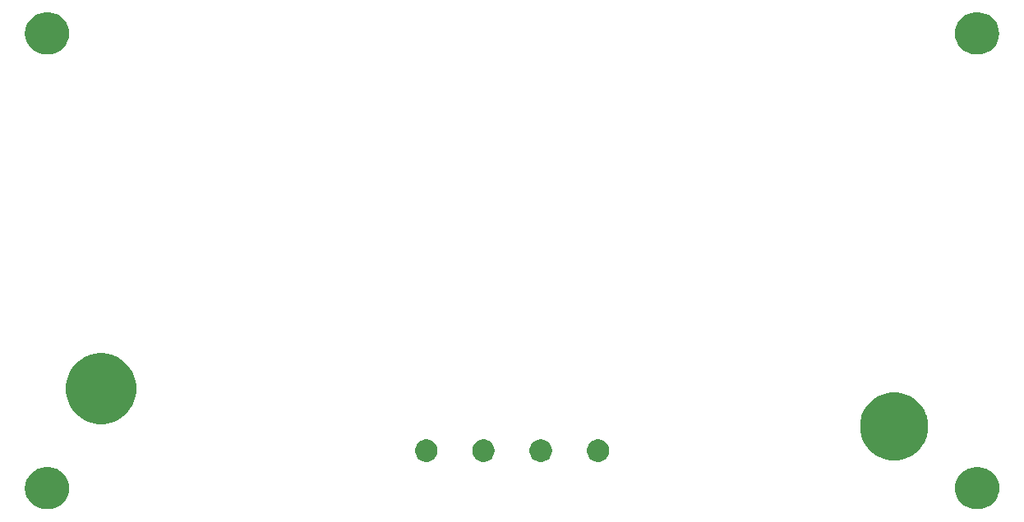
<source format=gbr>
G04 #@! TF.GenerationSoftware,KiCad,Pcbnew,5.0.2+dfsg1-1*
G04 #@! TF.CreationDate,2019-07-23T09:40:36-06:00*
G04 #@! TF.ProjectId,hl2-front-horiz,686c322d-6672-46f6-9e74-2d686f72697a,rev?*
G04 #@! TF.SameCoordinates,Original*
G04 #@! TF.FileFunction,Soldermask,Top*
G04 #@! TF.FilePolarity,Negative*
%FSLAX46Y46*%
G04 Gerber Fmt 4.6, Leading zero omitted, Abs format (unit mm)*
G04 Created by KiCad (PCBNEW 5.0.2+dfsg1-1) date Tue 23 Jul 2019 09:40:36 AM MDT*
%MOMM*%
%LPD*%
G01*
G04 APERTURE LIST*
%ADD10C,0.100000*%
G04 APERTURE END LIST*
D10*
G36*
X65382513Y-189262834D02*
X65382516Y-189262835D01*
X65382517Y-189262835D01*
X65787982Y-189385831D01*
X65787984Y-189385832D01*
X66161662Y-189585568D01*
X66489193Y-189854365D01*
X66757990Y-190181896D01*
X66757991Y-190181898D01*
X66957727Y-190555576D01*
X67078779Y-190954632D01*
X67080724Y-190961045D01*
X67122254Y-191382711D01*
X67080724Y-191804377D01*
X67080723Y-191804380D01*
X67080723Y-191804381D01*
X66959672Y-192203435D01*
X66957726Y-192209848D01*
X66757990Y-192583526D01*
X66489193Y-192911057D01*
X66161662Y-193179854D01*
X66161660Y-193179855D01*
X65787982Y-193379591D01*
X65382517Y-193502587D01*
X65382516Y-193502587D01*
X65382513Y-193502588D01*
X65066514Y-193533711D01*
X64605180Y-193533711D01*
X64289181Y-193502588D01*
X64289178Y-193502587D01*
X64289177Y-193502587D01*
X63883712Y-193379591D01*
X63510034Y-193179855D01*
X63510032Y-193179854D01*
X63182501Y-192911057D01*
X62913704Y-192583526D01*
X62713968Y-192209848D01*
X62712023Y-192203435D01*
X62590971Y-191804381D01*
X62590971Y-191804380D01*
X62590970Y-191804377D01*
X62549440Y-191382711D01*
X62590970Y-190961045D01*
X62592915Y-190954632D01*
X62713967Y-190555576D01*
X62913703Y-190181898D01*
X62913704Y-190181896D01*
X63182501Y-189854365D01*
X63510032Y-189585568D01*
X63883710Y-189385832D01*
X63883712Y-189385831D01*
X64289177Y-189262835D01*
X64289178Y-189262835D01*
X64289181Y-189262834D01*
X64605180Y-189231711D01*
X65066514Y-189231711D01*
X65382513Y-189262834D01*
X65382513Y-189262834D01*
G37*
G36*
X161202291Y-189256421D02*
X161202294Y-189256422D01*
X161202295Y-189256422D01*
X161607760Y-189379418D01*
X161607762Y-189379419D01*
X161981440Y-189579155D01*
X162308971Y-189847952D01*
X162577768Y-190175483D01*
X162577769Y-190175485D01*
X162777505Y-190549163D01*
X162779450Y-190555576D01*
X162900502Y-190954632D01*
X162942032Y-191376298D01*
X162900502Y-191797964D01*
X162900501Y-191797967D01*
X162900501Y-191797968D01*
X162898556Y-191804381D01*
X162777504Y-192203435D01*
X162577768Y-192577113D01*
X162308971Y-192904644D01*
X161981440Y-193173441D01*
X161981438Y-193173442D01*
X161607760Y-193373178D01*
X161202295Y-193496174D01*
X161202294Y-193496174D01*
X161202291Y-193496175D01*
X160886292Y-193527298D01*
X160424958Y-193527298D01*
X160108959Y-193496175D01*
X160108956Y-193496174D01*
X160108955Y-193496174D01*
X159703490Y-193373178D01*
X159329812Y-193173442D01*
X159329810Y-193173441D01*
X159002279Y-192904644D01*
X158733482Y-192577113D01*
X158533746Y-192203435D01*
X158412695Y-191804381D01*
X158410749Y-191797968D01*
X158410749Y-191797967D01*
X158410748Y-191797964D01*
X158369218Y-191376298D01*
X158410748Y-190954632D01*
X158531800Y-190555576D01*
X158533745Y-190549163D01*
X158733481Y-190175485D01*
X158733482Y-190175483D01*
X159002279Y-189847952D01*
X159329810Y-189579155D01*
X159703488Y-189379419D01*
X159703490Y-189379418D01*
X160108955Y-189256422D01*
X160108956Y-189256422D01*
X160108959Y-189256421D01*
X160424958Y-189225298D01*
X160886292Y-189225298D01*
X161202291Y-189256421D01*
X161202291Y-189256421D01*
G37*
G36*
X121935734Y-186393232D02*
X122145202Y-186479996D01*
X122333723Y-186605962D01*
X122494038Y-186766277D01*
X122620004Y-186954798D01*
X122706768Y-187164266D01*
X122751000Y-187386635D01*
X122751000Y-187613365D01*
X122706768Y-187835734D01*
X122620004Y-188045202D01*
X122494038Y-188233723D01*
X122333723Y-188394038D01*
X122145202Y-188520004D01*
X121935734Y-188606768D01*
X121713365Y-188651000D01*
X121486635Y-188651000D01*
X121264266Y-188606768D01*
X121054798Y-188520004D01*
X120866277Y-188394038D01*
X120705962Y-188233723D01*
X120579996Y-188045202D01*
X120493232Y-187835734D01*
X120449000Y-187613365D01*
X120449000Y-187386635D01*
X120493232Y-187164266D01*
X120579996Y-186954798D01*
X120705962Y-186766277D01*
X120866277Y-186605962D01*
X121054798Y-186479996D01*
X121264266Y-186393232D01*
X121486635Y-186349000D01*
X121713365Y-186349000D01*
X121935734Y-186393232D01*
X121935734Y-186393232D01*
G37*
G36*
X104235734Y-186393232D02*
X104445202Y-186479996D01*
X104633723Y-186605962D01*
X104794038Y-186766277D01*
X104920004Y-186954798D01*
X105006768Y-187164266D01*
X105051000Y-187386635D01*
X105051000Y-187613365D01*
X105006768Y-187835734D01*
X104920004Y-188045202D01*
X104794038Y-188233723D01*
X104633723Y-188394038D01*
X104445202Y-188520004D01*
X104235734Y-188606768D01*
X104013365Y-188651000D01*
X103786635Y-188651000D01*
X103564266Y-188606768D01*
X103354798Y-188520004D01*
X103166277Y-188394038D01*
X103005962Y-188233723D01*
X102879996Y-188045202D01*
X102793232Y-187835734D01*
X102749000Y-187613365D01*
X102749000Y-187386635D01*
X102793232Y-187164266D01*
X102879996Y-186954798D01*
X103005962Y-186766277D01*
X103166277Y-186605962D01*
X103354798Y-186479996D01*
X103564266Y-186393232D01*
X103786635Y-186349000D01*
X104013365Y-186349000D01*
X104235734Y-186393232D01*
X104235734Y-186393232D01*
G37*
G36*
X110135734Y-186393232D02*
X110345202Y-186479996D01*
X110533723Y-186605962D01*
X110694038Y-186766277D01*
X110820004Y-186954798D01*
X110906768Y-187164266D01*
X110951000Y-187386635D01*
X110951000Y-187613365D01*
X110906768Y-187835734D01*
X110820004Y-188045202D01*
X110694038Y-188233723D01*
X110533723Y-188394038D01*
X110345202Y-188520004D01*
X110135734Y-188606768D01*
X109913365Y-188651000D01*
X109686635Y-188651000D01*
X109464266Y-188606768D01*
X109254798Y-188520004D01*
X109066277Y-188394038D01*
X108905962Y-188233723D01*
X108779996Y-188045202D01*
X108693232Y-187835734D01*
X108649000Y-187613365D01*
X108649000Y-187386635D01*
X108693232Y-187164266D01*
X108779996Y-186954798D01*
X108905962Y-186766277D01*
X109066277Y-186605962D01*
X109254798Y-186479996D01*
X109464266Y-186393232D01*
X109686635Y-186349000D01*
X109913365Y-186349000D01*
X110135734Y-186393232D01*
X110135734Y-186393232D01*
G37*
G36*
X116035734Y-186393232D02*
X116245202Y-186479996D01*
X116433723Y-186605962D01*
X116594038Y-186766277D01*
X116720004Y-186954798D01*
X116806768Y-187164266D01*
X116851000Y-187386635D01*
X116851000Y-187613365D01*
X116806768Y-187835734D01*
X116720004Y-188045202D01*
X116594038Y-188233723D01*
X116433723Y-188394038D01*
X116245202Y-188520004D01*
X116035734Y-188606768D01*
X115813365Y-188651000D01*
X115586635Y-188651000D01*
X115364266Y-188606768D01*
X115154798Y-188520004D01*
X114966277Y-188394038D01*
X114805962Y-188233723D01*
X114679996Y-188045202D01*
X114593232Y-187835734D01*
X114549000Y-187613365D01*
X114549000Y-187386635D01*
X114593232Y-187164266D01*
X114679996Y-186954798D01*
X114805962Y-186766277D01*
X114966277Y-186605962D01*
X115154798Y-186479996D01*
X115364266Y-186393232D01*
X115586635Y-186349000D01*
X115813365Y-186349000D01*
X116035734Y-186393232D01*
X116035734Y-186393232D01*
G37*
G36*
X152895742Y-181588694D02*
X153121204Y-181633541D01*
X153385116Y-181742857D01*
X153758344Y-181897453D01*
X153758345Y-181897454D01*
X154331758Y-182280596D01*
X154819404Y-182768242D01*
X154860265Y-182829395D01*
X155202547Y-183341656D01*
X155357143Y-183714884D01*
X155448697Y-183935914D01*
X155466459Y-183978797D01*
X155601000Y-184655180D01*
X155601000Y-185344820D01*
X155466459Y-186021203D01*
X155202547Y-186658344D01*
X155202546Y-186658345D01*
X154819404Y-187231758D01*
X154331758Y-187719404D01*
X153949483Y-187974832D01*
X153758344Y-188102547D01*
X153385116Y-188257143D01*
X153121204Y-188366459D01*
X152982554Y-188394038D01*
X152444820Y-188501000D01*
X151755180Y-188501000D01*
X151217446Y-188394038D01*
X151078796Y-188366459D01*
X150814884Y-188257143D01*
X150441656Y-188102547D01*
X150250517Y-187974832D01*
X149868242Y-187719404D01*
X149380596Y-187231758D01*
X148997454Y-186658345D01*
X148997453Y-186658344D01*
X148733541Y-186021203D01*
X148599000Y-185344820D01*
X148599000Y-184655180D01*
X148733541Y-183978797D01*
X148751304Y-183935914D01*
X148842857Y-183714884D01*
X148997453Y-183341656D01*
X149339735Y-182829395D01*
X149380596Y-182768242D01*
X149868242Y-182280596D01*
X150441655Y-181897454D01*
X150441656Y-181897453D01*
X150814884Y-181742857D01*
X151078796Y-181633541D01*
X151304258Y-181588694D01*
X151755180Y-181499000D01*
X152444820Y-181499000D01*
X152895742Y-181588694D01*
X152895742Y-181588694D01*
G37*
G36*
X70994714Y-177495769D02*
X71464958Y-177589306D01*
X72129397Y-177864525D01*
X72727377Y-178264083D01*
X73235917Y-178772623D01*
X73635475Y-179370603D01*
X73910694Y-180035042D01*
X74051000Y-180740408D01*
X74051000Y-181459592D01*
X73910694Y-182164958D01*
X73635475Y-182829397D01*
X73235917Y-183427377D01*
X72727377Y-183935917D01*
X72129397Y-184335475D01*
X71464958Y-184610694D01*
X70994714Y-184704231D01*
X70759593Y-184751000D01*
X70040407Y-184751000D01*
X69805286Y-184704231D01*
X69335042Y-184610694D01*
X68670603Y-184335475D01*
X68072623Y-183935917D01*
X67564083Y-183427377D01*
X67164525Y-182829397D01*
X66889306Y-182164958D01*
X66749000Y-181459592D01*
X66749000Y-180740408D01*
X66889306Y-180035042D01*
X67164525Y-179370603D01*
X67564083Y-178772623D01*
X68072623Y-178264083D01*
X68670603Y-177864525D01*
X69335042Y-177589306D01*
X69805286Y-177495769D01*
X70040407Y-177449000D01*
X70759593Y-177449000D01*
X70994714Y-177495769D01*
X70994714Y-177495769D01*
G37*
G36*
X65384330Y-142341527D02*
X65384333Y-142341528D01*
X65384334Y-142341528D01*
X65789799Y-142464524D01*
X65789801Y-142464525D01*
X66163479Y-142664261D01*
X66491010Y-142933058D01*
X66759807Y-143260589D01*
X66959543Y-143634267D01*
X67082541Y-144039738D01*
X67124071Y-144461404D01*
X67082541Y-144883070D01*
X67082540Y-144883073D01*
X67082540Y-144883074D01*
X66960063Y-145286829D01*
X66959543Y-145288541D01*
X66759807Y-145662219D01*
X66491010Y-145989750D01*
X66163479Y-146258547D01*
X66163477Y-146258548D01*
X65789799Y-146458284D01*
X65384334Y-146581280D01*
X65384333Y-146581280D01*
X65384330Y-146581281D01*
X65068331Y-146612404D01*
X64606997Y-146612404D01*
X64290998Y-146581281D01*
X64290995Y-146581280D01*
X64290994Y-146581280D01*
X63885529Y-146458284D01*
X63511851Y-146258548D01*
X63511849Y-146258547D01*
X63184318Y-145989750D01*
X62915521Y-145662219D01*
X62715785Y-145288541D01*
X62715266Y-145286829D01*
X62592788Y-144883074D01*
X62592788Y-144883073D01*
X62592787Y-144883070D01*
X62551257Y-144461404D01*
X62592787Y-144039738D01*
X62715785Y-143634267D01*
X62915521Y-143260589D01*
X63184318Y-142933058D01*
X63511849Y-142664261D01*
X63885527Y-142464525D01*
X63885529Y-142464524D01*
X64290994Y-142341528D01*
X64290995Y-142341528D01*
X64290998Y-142341527D01*
X64606997Y-142310404D01*
X65068331Y-142310404D01*
X65384330Y-142341527D01*
X65384330Y-142341527D01*
G37*
G36*
X161195879Y-142339817D02*
X161195882Y-142339818D01*
X161195883Y-142339818D01*
X161601348Y-142462814D01*
X161601350Y-142462815D01*
X161975028Y-142662551D01*
X162302559Y-142931348D01*
X162571356Y-143258879D01*
X162571357Y-143258881D01*
X162771093Y-143632559D01*
X162894089Y-144038024D01*
X162894090Y-144038028D01*
X162935620Y-144459694D01*
X162894090Y-144881360D01*
X162771092Y-145286831D01*
X162571356Y-145660509D01*
X162302559Y-145988040D01*
X161975028Y-146256837D01*
X161975026Y-146256838D01*
X161601348Y-146456574D01*
X161195883Y-146579570D01*
X161195882Y-146579570D01*
X161195879Y-146579571D01*
X160879880Y-146610694D01*
X160418546Y-146610694D01*
X160102547Y-146579571D01*
X160102544Y-146579570D01*
X160102543Y-146579570D01*
X159697078Y-146456574D01*
X159323400Y-146256838D01*
X159323398Y-146256837D01*
X158995867Y-145988040D01*
X158727070Y-145660509D01*
X158527334Y-145286831D01*
X158404336Y-144881360D01*
X158362806Y-144459694D01*
X158404336Y-144038028D01*
X158404337Y-144038024D01*
X158527333Y-143632559D01*
X158727069Y-143258881D01*
X158727070Y-143258879D01*
X158995867Y-142931348D01*
X159323398Y-142662551D01*
X159697076Y-142462815D01*
X159697078Y-142462814D01*
X160102543Y-142339818D01*
X160102544Y-142339818D01*
X160102547Y-142339817D01*
X160418546Y-142308694D01*
X160879880Y-142308694D01*
X161195879Y-142339817D01*
X161195879Y-142339817D01*
G37*
M02*

</source>
